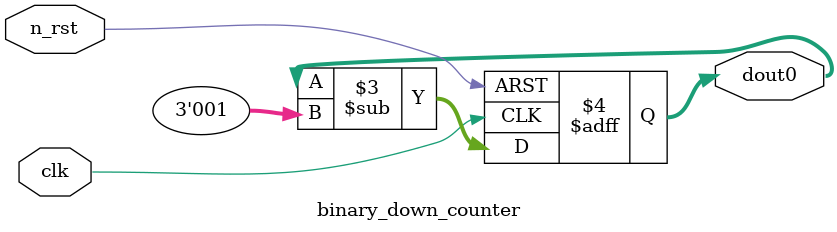
<source format=v>
module binary_down_counter (
    dout0,
    clk,
    n_rst
);

  input clk;
  input n_rst;
  output [2:0] dout0;
  reg [2:0] dout0;
  
  always @ (posedge clk or negedge n_rst) 
  begin
    if (!n_rst) begin
      dout0 <= 3'b0;
    end 
    else begin
      dout0 <= dout0 - 3'b1;
    end
  end

endmodule
</source>
